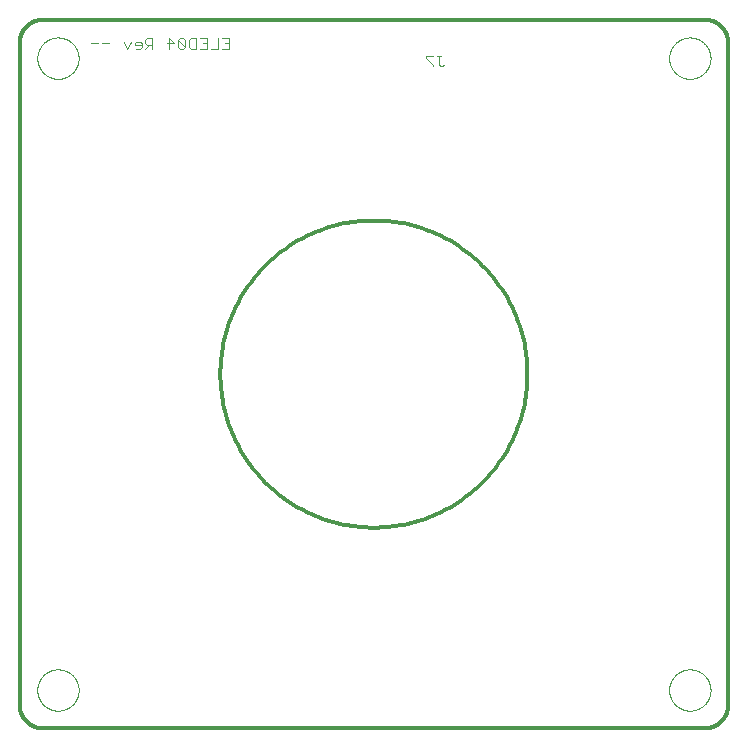
<source format=gbo>
G75*
%MOIN*%
%OFA0B0*%
%FSLAX25Y25*%
%IPPOS*%
%LPD*%
%AMOC8*
5,1,8,0,0,1.08239X$1,22.5*
%
%ADD10C,0.01181*%
%ADD11C,0.00000*%
%ADD12C,0.00400*%
D10*
X0009465Y0003031D02*
X0229937Y0003031D01*
X0229937Y0003032D02*
X0230127Y0003034D01*
X0230317Y0003041D01*
X0230507Y0003053D01*
X0230697Y0003069D01*
X0230886Y0003089D01*
X0231075Y0003115D01*
X0231263Y0003144D01*
X0231450Y0003179D01*
X0231636Y0003218D01*
X0231821Y0003261D01*
X0232006Y0003309D01*
X0232189Y0003361D01*
X0232370Y0003417D01*
X0232550Y0003478D01*
X0232729Y0003544D01*
X0232906Y0003613D01*
X0233082Y0003687D01*
X0233255Y0003765D01*
X0233427Y0003848D01*
X0233596Y0003934D01*
X0233764Y0004024D01*
X0233929Y0004119D01*
X0234092Y0004217D01*
X0234252Y0004320D01*
X0234410Y0004426D01*
X0234565Y0004536D01*
X0234718Y0004649D01*
X0234868Y0004767D01*
X0235014Y0004888D01*
X0235158Y0005012D01*
X0235299Y0005140D01*
X0235437Y0005271D01*
X0235572Y0005406D01*
X0235703Y0005544D01*
X0235831Y0005685D01*
X0235955Y0005829D01*
X0236076Y0005975D01*
X0236194Y0006125D01*
X0236307Y0006278D01*
X0236417Y0006433D01*
X0236523Y0006591D01*
X0236626Y0006751D01*
X0236724Y0006914D01*
X0236819Y0007079D01*
X0236909Y0007247D01*
X0236995Y0007416D01*
X0237078Y0007588D01*
X0237156Y0007761D01*
X0237230Y0007937D01*
X0237299Y0008114D01*
X0237365Y0008293D01*
X0237426Y0008473D01*
X0237482Y0008654D01*
X0237534Y0008837D01*
X0237582Y0009022D01*
X0237625Y0009207D01*
X0237664Y0009393D01*
X0237699Y0009580D01*
X0237728Y0009768D01*
X0237754Y0009957D01*
X0237774Y0010146D01*
X0237790Y0010336D01*
X0237802Y0010526D01*
X0237809Y0010716D01*
X0237811Y0010906D01*
X0237811Y0231378D01*
X0237809Y0231568D01*
X0237802Y0231758D01*
X0237790Y0231948D01*
X0237774Y0232138D01*
X0237754Y0232327D01*
X0237728Y0232516D01*
X0237699Y0232704D01*
X0237664Y0232891D01*
X0237625Y0233077D01*
X0237582Y0233262D01*
X0237534Y0233447D01*
X0237482Y0233630D01*
X0237426Y0233811D01*
X0237365Y0233991D01*
X0237299Y0234170D01*
X0237230Y0234347D01*
X0237156Y0234523D01*
X0237078Y0234696D01*
X0236995Y0234868D01*
X0236909Y0235037D01*
X0236819Y0235205D01*
X0236724Y0235370D01*
X0236626Y0235533D01*
X0236523Y0235693D01*
X0236417Y0235851D01*
X0236307Y0236006D01*
X0236194Y0236159D01*
X0236076Y0236309D01*
X0235955Y0236455D01*
X0235831Y0236599D01*
X0235703Y0236740D01*
X0235572Y0236878D01*
X0235437Y0237013D01*
X0235299Y0237144D01*
X0235158Y0237272D01*
X0235014Y0237396D01*
X0234868Y0237517D01*
X0234718Y0237635D01*
X0234565Y0237748D01*
X0234410Y0237858D01*
X0234252Y0237964D01*
X0234092Y0238067D01*
X0233929Y0238165D01*
X0233764Y0238260D01*
X0233596Y0238350D01*
X0233427Y0238436D01*
X0233255Y0238519D01*
X0233082Y0238597D01*
X0232906Y0238671D01*
X0232729Y0238740D01*
X0232550Y0238806D01*
X0232370Y0238867D01*
X0232189Y0238923D01*
X0232006Y0238975D01*
X0231821Y0239023D01*
X0231636Y0239066D01*
X0231450Y0239105D01*
X0231263Y0239140D01*
X0231075Y0239169D01*
X0230886Y0239195D01*
X0230697Y0239215D01*
X0230507Y0239231D01*
X0230317Y0239243D01*
X0230127Y0239250D01*
X0229937Y0239252D01*
X0009465Y0239252D01*
X0009275Y0239250D01*
X0009085Y0239243D01*
X0008895Y0239231D01*
X0008705Y0239215D01*
X0008516Y0239195D01*
X0008327Y0239169D01*
X0008139Y0239140D01*
X0007952Y0239105D01*
X0007766Y0239066D01*
X0007581Y0239023D01*
X0007396Y0238975D01*
X0007213Y0238923D01*
X0007032Y0238867D01*
X0006852Y0238806D01*
X0006673Y0238740D01*
X0006496Y0238671D01*
X0006320Y0238597D01*
X0006147Y0238519D01*
X0005975Y0238436D01*
X0005806Y0238350D01*
X0005638Y0238260D01*
X0005473Y0238165D01*
X0005310Y0238067D01*
X0005150Y0237964D01*
X0004992Y0237858D01*
X0004837Y0237748D01*
X0004684Y0237635D01*
X0004534Y0237517D01*
X0004388Y0237396D01*
X0004244Y0237272D01*
X0004103Y0237144D01*
X0003965Y0237013D01*
X0003830Y0236878D01*
X0003699Y0236740D01*
X0003571Y0236599D01*
X0003447Y0236455D01*
X0003326Y0236309D01*
X0003208Y0236159D01*
X0003095Y0236006D01*
X0002985Y0235851D01*
X0002879Y0235693D01*
X0002776Y0235533D01*
X0002678Y0235370D01*
X0002583Y0235205D01*
X0002493Y0235037D01*
X0002407Y0234868D01*
X0002324Y0234696D01*
X0002246Y0234523D01*
X0002172Y0234347D01*
X0002103Y0234170D01*
X0002037Y0233991D01*
X0001976Y0233811D01*
X0001920Y0233630D01*
X0001868Y0233447D01*
X0001820Y0233262D01*
X0001777Y0233077D01*
X0001738Y0232891D01*
X0001703Y0232704D01*
X0001674Y0232516D01*
X0001648Y0232327D01*
X0001628Y0232138D01*
X0001612Y0231948D01*
X0001600Y0231758D01*
X0001593Y0231568D01*
X0001591Y0231378D01*
X0001591Y0010906D01*
X0001593Y0010716D01*
X0001600Y0010526D01*
X0001612Y0010336D01*
X0001628Y0010146D01*
X0001648Y0009957D01*
X0001674Y0009768D01*
X0001703Y0009580D01*
X0001738Y0009393D01*
X0001777Y0009207D01*
X0001820Y0009022D01*
X0001868Y0008837D01*
X0001920Y0008654D01*
X0001976Y0008473D01*
X0002037Y0008293D01*
X0002103Y0008114D01*
X0002172Y0007937D01*
X0002246Y0007761D01*
X0002324Y0007588D01*
X0002407Y0007416D01*
X0002493Y0007247D01*
X0002583Y0007079D01*
X0002678Y0006914D01*
X0002776Y0006751D01*
X0002879Y0006591D01*
X0002985Y0006433D01*
X0003095Y0006278D01*
X0003208Y0006125D01*
X0003326Y0005975D01*
X0003447Y0005829D01*
X0003571Y0005685D01*
X0003699Y0005544D01*
X0003830Y0005406D01*
X0003965Y0005271D01*
X0004103Y0005140D01*
X0004244Y0005012D01*
X0004388Y0004888D01*
X0004534Y0004767D01*
X0004684Y0004649D01*
X0004837Y0004536D01*
X0004992Y0004426D01*
X0005150Y0004320D01*
X0005310Y0004217D01*
X0005473Y0004119D01*
X0005638Y0004024D01*
X0005806Y0003934D01*
X0005975Y0003848D01*
X0006147Y0003765D01*
X0006320Y0003687D01*
X0006496Y0003613D01*
X0006673Y0003544D01*
X0006852Y0003478D01*
X0007032Y0003417D01*
X0007213Y0003361D01*
X0007396Y0003309D01*
X0007581Y0003261D01*
X0007766Y0003218D01*
X0007952Y0003179D01*
X0008139Y0003144D01*
X0008327Y0003115D01*
X0008516Y0003089D01*
X0008705Y0003069D01*
X0008895Y0003053D01*
X0009085Y0003041D01*
X0009275Y0003034D01*
X0009465Y0003032D01*
X0068520Y0121142D02*
X0068535Y0122398D01*
X0068582Y0123653D01*
X0068659Y0124907D01*
X0068766Y0126159D01*
X0068905Y0127407D01*
X0069074Y0128652D01*
X0069274Y0129892D01*
X0069503Y0131127D01*
X0069764Y0132356D01*
X0070054Y0133578D01*
X0070374Y0134793D01*
X0070724Y0135999D01*
X0071103Y0137197D01*
X0071512Y0138384D01*
X0071949Y0139562D01*
X0072416Y0140728D01*
X0072911Y0141883D01*
X0073434Y0143025D01*
X0073985Y0144154D01*
X0074563Y0145269D01*
X0075169Y0146369D01*
X0075802Y0147454D01*
X0076461Y0148524D01*
X0077146Y0149577D01*
X0077856Y0150612D01*
X0078592Y0151630D01*
X0079353Y0152630D01*
X0080138Y0153611D01*
X0080946Y0154572D01*
X0081778Y0155513D01*
X0082633Y0156433D01*
X0083511Y0157332D01*
X0084410Y0158210D01*
X0085330Y0159065D01*
X0086271Y0159897D01*
X0087232Y0160705D01*
X0088213Y0161490D01*
X0089213Y0162251D01*
X0090231Y0162987D01*
X0091266Y0163697D01*
X0092319Y0164382D01*
X0093389Y0165041D01*
X0094474Y0165674D01*
X0095574Y0166280D01*
X0096689Y0166858D01*
X0097818Y0167409D01*
X0098960Y0167932D01*
X0100115Y0168427D01*
X0101281Y0168894D01*
X0102459Y0169331D01*
X0103646Y0169740D01*
X0104844Y0170119D01*
X0106050Y0170469D01*
X0107265Y0170789D01*
X0108487Y0171079D01*
X0109716Y0171340D01*
X0110951Y0171569D01*
X0112191Y0171769D01*
X0113436Y0171938D01*
X0114684Y0172077D01*
X0115936Y0172184D01*
X0117190Y0172261D01*
X0118445Y0172308D01*
X0119701Y0172323D01*
X0120957Y0172308D01*
X0122212Y0172261D01*
X0123466Y0172184D01*
X0124718Y0172077D01*
X0125966Y0171938D01*
X0127211Y0171769D01*
X0128451Y0171569D01*
X0129686Y0171340D01*
X0130915Y0171079D01*
X0132137Y0170789D01*
X0133352Y0170469D01*
X0134558Y0170119D01*
X0135756Y0169740D01*
X0136943Y0169331D01*
X0138121Y0168894D01*
X0139287Y0168427D01*
X0140442Y0167932D01*
X0141584Y0167409D01*
X0142713Y0166858D01*
X0143828Y0166280D01*
X0144928Y0165674D01*
X0146013Y0165041D01*
X0147083Y0164382D01*
X0148136Y0163697D01*
X0149171Y0162987D01*
X0150189Y0162251D01*
X0151189Y0161490D01*
X0152170Y0160705D01*
X0153131Y0159897D01*
X0154072Y0159065D01*
X0154992Y0158210D01*
X0155891Y0157332D01*
X0156769Y0156433D01*
X0157624Y0155513D01*
X0158456Y0154572D01*
X0159264Y0153611D01*
X0160049Y0152630D01*
X0160810Y0151630D01*
X0161546Y0150612D01*
X0162256Y0149577D01*
X0162941Y0148524D01*
X0163600Y0147454D01*
X0164233Y0146369D01*
X0164839Y0145269D01*
X0165417Y0144154D01*
X0165968Y0143025D01*
X0166491Y0141883D01*
X0166986Y0140728D01*
X0167453Y0139562D01*
X0167890Y0138384D01*
X0168299Y0137197D01*
X0168678Y0135999D01*
X0169028Y0134793D01*
X0169348Y0133578D01*
X0169638Y0132356D01*
X0169899Y0131127D01*
X0170128Y0129892D01*
X0170328Y0128652D01*
X0170497Y0127407D01*
X0170636Y0126159D01*
X0170743Y0124907D01*
X0170820Y0123653D01*
X0170867Y0122398D01*
X0170882Y0121142D01*
X0170867Y0119886D01*
X0170820Y0118631D01*
X0170743Y0117377D01*
X0170636Y0116125D01*
X0170497Y0114877D01*
X0170328Y0113632D01*
X0170128Y0112392D01*
X0169899Y0111157D01*
X0169638Y0109928D01*
X0169348Y0108706D01*
X0169028Y0107491D01*
X0168678Y0106285D01*
X0168299Y0105087D01*
X0167890Y0103900D01*
X0167453Y0102722D01*
X0166986Y0101556D01*
X0166491Y0100401D01*
X0165968Y0099259D01*
X0165417Y0098130D01*
X0164839Y0097015D01*
X0164233Y0095915D01*
X0163600Y0094830D01*
X0162941Y0093760D01*
X0162256Y0092707D01*
X0161546Y0091672D01*
X0160810Y0090654D01*
X0160049Y0089654D01*
X0159264Y0088673D01*
X0158456Y0087712D01*
X0157624Y0086771D01*
X0156769Y0085851D01*
X0155891Y0084952D01*
X0154992Y0084074D01*
X0154072Y0083219D01*
X0153131Y0082387D01*
X0152170Y0081579D01*
X0151189Y0080794D01*
X0150189Y0080033D01*
X0149171Y0079297D01*
X0148136Y0078587D01*
X0147083Y0077902D01*
X0146013Y0077243D01*
X0144928Y0076610D01*
X0143828Y0076004D01*
X0142713Y0075426D01*
X0141584Y0074875D01*
X0140442Y0074352D01*
X0139287Y0073857D01*
X0138121Y0073390D01*
X0136943Y0072953D01*
X0135756Y0072544D01*
X0134558Y0072165D01*
X0133352Y0071815D01*
X0132137Y0071495D01*
X0130915Y0071205D01*
X0129686Y0070944D01*
X0128451Y0070715D01*
X0127211Y0070515D01*
X0125966Y0070346D01*
X0124718Y0070207D01*
X0123466Y0070100D01*
X0122212Y0070023D01*
X0120957Y0069976D01*
X0119701Y0069961D01*
X0118445Y0069976D01*
X0117190Y0070023D01*
X0115936Y0070100D01*
X0114684Y0070207D01*
X0113436Y0070346D01*
X0112191Y0070515D01*
X0110951Y0070715D01*
X0109716Y0070944D01*
X0108487Y0071205D01*
X0107265Y0071495D01*
X0106050Y0071815D01*
X0104844Y0072165D01*
X0103646Y0072544D01*
X0102459Y0072953D01*
X0101281Y0073390D01*
X0100115Y0073857D01*
X0098960Y0074352D01*
X0097818Y0074875D01*
X0096689Y0075426D01*
X0095574Y0076004D01*
X0094474Y0076610D01*
X0093389Y0077243D01*
X0092319Y0077902D01*
X0091266Y0078587D01*
X0090231Y0079297D01*
X0089213Y0080033D01*
X0088213Y0080794D01*
X0087232Y0081579D01*
X0086271Y0082387D01*
X0085330Y0083219D01*
X0084410Y0084074D01*
X0083511Y0084952D01*
X0082633Y0085851D01*
X0081778Y0086771D01*
X0080946Y0087712D01*
X0080138Y0088673D01*
X0079353Y0089654D01*
X0078592Y0090654D01*
X0077856Y0091672D01*
X0077146Y0092707D01*
X0076461Y0093760D01*
X0075802Y0094830D01*
X0075169Y0095915D01*
X0074563Y0097015D01*
X0073985Y0098130D01*
X0073434Y0099259D01*
X0072911Y0100401D01*
X0072416Y0101556D01*
X0071949Y0102722D01*
X0071512Y0103900D01*
X0071103Y0105087D01*
X0070724Y0106285D01*
X0070374Y0107491D01*
X0070054Y0108706D01*
X0069764Y0109928D01*
X0069503Y0111157D01*
X0069274Y0112392D01*
X0069074Y0113632D01*
X0068905Y0114877D01*
X0068766Y0116125D01*
X0068659Y0117377D01*
X0068582Y0118631D01*
X0068535Y0119886D01*
X0068520Y0121142D01*
D11*
X0007496Y0226457D02*
X0007498Y0226626D01*
X0007504Y0226795D01*
X0007515Y0226964D01*
X0007529Y0227132D01*
X0007548Y0227300D01*
X0007571Y0227468D01*
X0007597Y0227635D01*
X0007628Y0227801D01*
X0007663Y0227967D01*
X0007702Y0228131D01*
X0007746Y0228295D01*
X0007793Y0228457D01*
X0007844Y0228618D01*
X0007899Y0228778D01*
X0007958Y0228937D01*
X0008020Y0229094D01*
X0008087Y0229249D01*
X0008158Y0229403D01*
X0008232Y0229555D01*
X0008310Y0229705D01*
X0008391Y0229853D01*
X0008476Y0229999D01*
X0008565Y0230143D01*
X0008657Y0230285D01*
X0008753Y0230424D01*
X0008852Y0230561D01*
X0008954Y0230696D01*
X0009060Y0230828D01*
X0009169Y0230957D01*
X0009281Y0231084D01*
X0009396Y0231208D01*
X0009514Y0231329D01*
X0009635Y0231447D01*
X0009759Y0231562D01*
X0009886Y0231674D01*
X0010015Y0231783D01*
X0010147Y0231889D01*
X0010282Y0231991D01*
X0010419Y0232090D01*
X0010558Y0232186D01*
X0010700Y0232278D01*
X0010844Y0232367D01*
X0010990Y0232452D01*
X0011138Y0232533D01*
X0011288Y0232611D01*
X0011440Y0232685D01*
X0011594Y0232756D01*
X0011749Y0232823D01*
X0011906Y0232885D01*
X0012065Y0232944D01*
X0012225Y0232999D01*
X0012386Y0233050D01*
X0012548Y0233097D01*
X0012712Y0233141D01*
X0012876Y0233180D01*
X0013042Y0233215D01*
X0013208Y0233246D01*
X0013375Y0233272D01*
X0013543Y0233295D01*
X0013711Y0233314D01*
X0013879Y0233328D01*
X0014048Y0233339D01*
X0014217Y0233345D01*
X0014386Y0233347D01*
X0014555Y0233345D01*
X0014724Y0233339D01*
X0014893Y0233328D01*
X0015061Y0233314D01*
X0015229Y0233295D01*
X0015397Y0233272D01*
X0015564Y0233246D01*
X0015730Y0233215D01*
X0015896Y0233180D01*
X0016060Y0233141D01*
X0016224Y0233097D01*
X0016386Y0233050D01*
X0016547Y0232999D01*
X0016707Y0232944D01*
X0016866Y0232885D01*
X0017023Y0232823D01*
X0017178Y0232756D01*
X0017332Y0232685D01*
X0017484Y0232611D01*
X0017634Y0232533D01*
X0017782Y0232452D01*
X0017928Y0232367D01*
X0018072Y0232278D01*
X0018214Y0232186D01*
X0018353Y0232090D01*
X0018490Y0231991D01*
X0018625Y0231889D01*
X0018757Y0231783D01*
X0018886Y0231674D01*
X0019013Y0231562D01*
X0019137Y0231447D01*
X0019258Y0231329D01*
X0019376Y0231208D01*
X0019491Y0231084D01*
X0019603Y0230957D01*
X0019712Y0230828D01*
X0019818Y0230696D01*
X0019920Y0230561D01*
X0020019Y0230424D01*
X0020115Y0230285D01*
X0020207Y0230143D01*
X0020296Y0229999D01*
X0020381Y0229853D01*
X0020462Y0229705D01*
X0020540Y0229555D01*
X0020614Y0229403D01*
X0020685Y0229249D01*
X0020752Y0229094D01*
X0020814Y0228937D01*
X0020873Y0228778D01*
X0020928Y0228618D01*
X0020979Y0228457D01*
X0021026Y0228295D01*
X0021070Y0228131D01*
X0021109Y0227967D01*
X0021144Y0227801D01*
X0021175Y0227635D01*
X0021201Y0227468D01*
X0021224Y0227300D01*
X0021243Y0227132D01*
X0021257Y0226964D01*
X0021268Y0226795D01*
X0021274Y0226626D01*
X0021276Y0226457D01*
X0021274Y0226288D01*
X0021268Y0226119D01*
X0021257Y0225950D01*
X0021243Y0225782D01*
X0021224Y0225614D01*
X0021201Y0225446D01*
X0021175Y0225279D01*
X0021144Y0225113D01*
X0021109Y0224947D01*
X0021070Y0224783D01*
X0021026Y0224619D01*
X0020979Y0224457D01*
X0020928Y0224296D01*
X0020873Y0224136D01*
X0020814Y0223977D01*
X0020752Y0223820D01*
X0020685Y0223665D01*
X0020614Y0223511D01*
X0020540Y0223359D01*
X0020462Y0223209D01*
X0020381Y0223061D01*
X0020296Y0222915D01*
X0020207Y0222771D01*
X0020115Y0222629D01*
X0020019Y0222490D01*
X0019920Y0222353D01*
X0019818Y0222218D01*
X0019712Y0222086D01*
X0019603Y0221957D01*
X0019491Y0221830D01*
X0019376Y0221706D01*
X0019258Y0221585D01*
X0019137Y0221467D01*
X0019013Y0221352D01*
X0018886Y0221240D01*
X0018757Y0221131D01*
X0018625Y0221025D01*
X0018490Y0220923D01*
X0018353Y0220824D01*
X0018214Y0220728D01*
X0018072Y0220636D01*
X0017928Y0220547D01*
X0017782Y0220462D01*
X0017634Y0220381D01*
X0017484Y0220303D01*
X0017332Y0220229D01*
X0017178Y0220158D01*
X0017023Y0220091D01*
X0016866Y0220029D01*
X0016707Y0219970D01*
X0016547Y0219915D01*
X0016386Y0219864D01*
X0016224Y0219817D01*
X0016060Y0219773D01*
X0015896Y0219734D01*
X0015730Y0219699D01*
X0015564Y0219668D01*
X0015397Y0219642D01*
X0015229Y0219619D01*
X0015061Y0219600D01*
X0014893Y0219586D01*
X0014724Y0219575D01*
X0014555Y0219569D01*
X0014386Y0219567D01*
X0014217Y0219569D01*
X0014048Y0219575D01*
X0013879Y0219586D01*
X0013711Y0219600D01*
X0013543Y0219619D01*
X0013375Y0219642D01*
X0013208Y0219668D01*
X0013042Y0219699D01*
X0012876Y0219734D01*
X0012712Y0219773D01*
X0012548Y0219817D01*
X0012386Y0219864D01*
X0012225Y0219915D01*
X0012065Y0219970D01*
X0011906Y0220029D01*
X0011749Y0220091D01*
X0011594Y0220158D01*
X0011440Y0220229D01*
X0011288Y0220303D01*
X0011138Y0220381D01*
X0010990Y0220462D01*
X0010844Y0220547D01*
X0010700Y0220636D01*
X0010558Y0220728D01*
X0010419Y0220824D01*
X0010282Y0220923D01*
X0010147Y0221025D01*
X0010015Y0221131D01*
X0009886Y0221240D01*
X0009759Y0221352D01*
X0009635Y0221467D01*
X0009514Y0221585D01*
X0009396Y0221706D01*
X0009281Y0221830D01*
X0009169Y0221957D01*
X0009060Y0222086D01*
X0008954Y0222218D01*
X0008852Y0222353D01*
X0008753Y0222490D01*
X0008657Y0222629D01*
X0008565Y0222771D01*
X0008476Y0222915D01*
X0008391Y0223061D01*
X0008310Y0223209D01*
X0008232Y0223359D01*
X0008158Y0223511D01*
X0008087Y0223665D01*
X0008020Y0223820D01*
X0007958Y0223977D01*
X0007899Y0224136D01*
X0007844Y0224296D01*
X0007793Y0224457D01*
X0007746Y0224619D01*
X0007702Y0224783D01*
X0007663Y0224947D01*
X0007628Y0225113D01*
X0007597Y0225279D01*
X0007571Y0225446D01*
X0007548Y0225614D01*
X0007529Y0225782D01*
X0007515Y0225950D01*
X0007504Y0226119D01*
X0007498Y0226288D01*
X0007496Y0226457D01*
X0007496Y0015827D02*
X0007498Y0015996D01*
X0007504Y0016165D01*
X0007515Y0016334D01*
X0007529Y0016502D01*
X0007548Y0016670D01*
X0007571Y0016838D01*
X0007597Y0017005D01*
X0007628Y0017171D01*
X0007663Y0017337D01*
X0007702Y0017501D01*
X0007746Y0017665D01*
X0007793Y0017827D01*
X0007844Y0017988D01*
X0007899Y0018148D01*
X0007958Y0018307D01*
X0008020Y0018464D01*
X0008087Y0018619D01*
X0008158Y0018773D01*
X0008232Y0018925D01*
X0008310Y0019075D01*
X0008391Y0019223D01*
X0008476Y0019369D01*
X0008565Y0019513D01*
X0008657Y0019655D01*
X0008753Y0019794D01*
X0008852Y0019931D01*
X0008954Y0020066D01*
X0009060Y0020198D01*
X0009169Y0020327D01*
X0009281Y0020454D01*
X0009396Y0020578D01*
X0009514Y0020699D01*
X0009635Y0020817D01*
X0009759Y0020932D01*
X0009886Y0021044D01*
X0010015Y0021153D01*
X0010147Y0021259D01*
X0010282Y0021361D01*
X0010419Y0021460D01*
X0010558Y0021556D01*
X0010700Y0021648D01*
X0010844Y0021737D01*
X0010990Y0021822D01*
X0011138Y0021903D01*
X0011288Y0021981D01*
X0011440Y0022055D01*
X0011594Y0022126D01*
X0011749Y0022193D01*
X0011906Y0022255D01*
X0012065Y0022314D01*
X0012225Y0022369D01*
X0012386Y0022420D01*
X0012548Y0022467D01*
X0012712Y0022511D01*
X0012876Y0022550D01*
X0013042Y0022585D01*
X0013208Y0022616D01*
X0013375Y0022642D01*
X0013543Y0022665D01*
X0013711Y0022684D01*
X0013879Y0022698D01*
X0014048Y0022709D01*
X0014217Y0022715D01*
X0014386Y0022717D01*
X0014555Y0022715D01*
X0014724Y0022709D01*
X0014893Y0022698D01*
X0015061Y0022684D01*
X0015229Y0022665D01*
X0015397Y0022642D01*
X0015564Y0022616D01*
X0015730Y0022585D01*
X0015896Y0022550D01*
X0016060Y0022511D01*
X0016224Y0022467D01*
X0016386Y0022420D01*
X0016547Y0022369D01*
X0016707Y0022314D01*
X0016866Y0022255D01*
X0017023Y0022193D01*
X0017178Y0022126D01*
X0017332Y0022055D01*
X0017484Y0021981D01*
X0017634Y0021903D01*
X0017782Y0021822D01*
X0017928Y0021737D01*
X0018072Y0021648D01*
X0018214Y0021556D01*
X0018353Y0021460D01*
X0018490Y0021361D01*
X0018625Y0021259D01*
X0018757Y0021153D01*
X0018886Y0021044D01*
X0019013Y0020932D01*
X0019137Y0020817D01*
X0019258Y0020699D01*
X0019376Y0020578D01*
X0019491Y0020454D01*
X0019603Y0020327D01*
X0019712Y0020198D01*
X0019818Y0020066D01*
X0019920Y0019931D01*
X0020019Y0019794D01*
X0020115Y0019655D01*
X0020207Y0019513D01*
X0020296Y0019369D01*
X0020381Y0019223D01*
X0020462Y0019075D01*
X0020540Y0018925D01*
X0020614Y0018773D01*
X0020685Y0018619D01*
X0020752Y0018464D01*
X0020814Y0018307D01*
X0020873Y0018148D01*
X0020928Y0017988D01*
X0020979Y0017827D01*
X0021026Y0017665D01*
X0021070Y0017501D01*
X0021109Y0017337D01*
X0021144Y0017171D01*
X0021175Y0017005D01*
X0021201Y0016838D01*
X0021224Y0016670D01*
X0021243Y0016502D01*
X0021257Y0016334D01*
X0021268Y0016165D01*
X0021274Y0015996D01*
X0021276Y0015827D01*
X0021274Y0015658D01*
X0021268Y0015489D01*
X0021257Y0015320D01*
X0021243Y0015152D01*
X0021224Y0014984D01*
X0021201Y0014816D01*
X0021175Y0014649D01*
X0021144Y0014483D01*
X0021109Y0014317D01*
X0021070Y0014153D01*
X0021026Y0013989D01*
X0020979Y0013827D01*
X0020928Y0013666D01*
X0020873Y0013506D01*
X0020814Y0013347D01*
X0020752Y0013190D01*
X0020685Y0013035D01*
X0020614Y0012881D01*
X0020540Y0012729D01*
X0020462Y0012579D01*
X0020381Y0012431D01*
X0020296Y0012285D01*
X0020207Y0012141D01*
X0020115Y0011999D01*
X0020019Y0011860D01*
X0019920Y0011723D01*
X0019818Y0011588D01*
X0019712Y0011456D01*
X0019603Y0011327D01*
X0019491Y0011200D01*
X0019376Y0011076D01*
X0019258Y0010955D01*
X0019137Y0010837D01*
X0019013Y0010722D01*
X0018886Y0010610D01*
X0018757Y0010501D01*
X0018625Y0010395D01*
X0018490Y0010293D01*
X0018353Y0010194D01*
X0018214Y0010098D01*
X0018072Y0010006D01*
X0017928Y0009917D01*
X0017782Y0009832D01*
X0017634Y0009751D01*
X0017484Y0009673D01*
X0017332Y0009599D01*
X0017178Y0009528D01*
X0017023Y0009461D01*
X0016866Y0009399D01*
X0016707Y0009340D01*
X0016547Y0009285D01*
X0016386Y0009234D01*
X0016224Y0009187D01*
X0016060Y0009143D01*
X0015896Y0009104D01*
X0015730Y0009069D01*
X0015564Y0009038D01*
X0015397Y0009012D01*
X0015229Y0008989D01*
X0015061Y0008970D01*
X0014893Y0008956D01*
X0014724Y0008945D01*
X0014555Y0008939D01*
X0014386Y0008937D01*
X0014217Y0008939D01*
X0014048Y0008945D01*
X0013879Y0008956D01*
X0013711Y0008970D01*
X0013543Y0008989D01*
X0013375Y0009012D01*
X0013208Y0009038D01*
X0013042Y0009069D01*
X0012876Y0009104D01*
X0012712Y0009143D01*
X0012548Y0009187D01*
X0012386Y0009234D01*
X0012225Y0009285D01*
X0012065Y0009340D01*
X0011906Y0009399D01*
X0011749Y0009461D01*
X0011594Y0009528D01*
X0011440Y0009599D01*
X0011288Y0009673D01*
X0011138Y0009751D01*
X0010990Y0009832D01*
X0010844Y0009917D01*
X0010700Y0010006D01*
X0010558Y0010098D01*
X0010419Y0010194D01*
X0010282Y0010293D01*
X0010147Y0010395D01*
X0010015Y0010501D01*
X0009886Y0010610D01*
X0009759Y0010722D01*
X0009635Y0010837D01*
X0009514Y0010955D01*
X0009396Y0011076D01*
X0009281Y0011200D01*
X0009169Y0011327D01*
X0009060Y0011456D01*
X0008954Y0011588D01*
X0008852Y0011723D01*
X0008753Y0011860D01*
X0008657Y0011999D01*
X0008565Y0012141D01*
X0008476Y0012285D01*
X0008391Y0012431D01*
X0008310Y0012579D01*
X0008232Y0012729D01*
X0008158Y0012881D01*
X0008087Y0013035D01*
X0008020Y0013190D01*
X0007958Y0013347D01*
X0007899Y0013506D01*
X0007844Y0013666D01*
X0007793Y0013827D01*
X0007746Y0013989D01*
X0007702Y0014153D01*
X0007663Y0014317D01*
X0007628Y0014483D01*
X0007597Y0014649D01*
X0007571Y0014816D01*
X0007548Y0014984D01*
X0007529Y0015152D01*
X0007515Y0015320D01*
X0007504Y0015489D01*
X0007498Y0015658D01*
X0007496Y0015827D01*
X0218126Y0015827D02*
X0218128Y0015996D01*
X0218134Y0016165D01*
X0218145Y0016334D01*
X0218159Y0016502D01*
X0218178Y0016670D01*
X0218201Y0016838D01*
X0218227Y0017005D01*
X0218258Y0017171D01*
X0218293Y0017337D01*
X0218332Y0017501D01*
X0218376Y0017665D01*
X0218423Y0017827D01*
X0218474Y0017988D01*
X0218529Y0018148D01*
X0218588Y0018307D01*
X0218650Y0018464D01*
X0218717Y0018619D01*
X0218788Y0018773D01*
X0218862Y0018925D01*
X0218940Y0019075D01*
X0219021Y0019223D01*
X0219106Y0019369D01*
X0219195Y0019513D01*
X0219287Y0019655D01*
X0219383Y0019794D01*
X0219482Y0019931D01*
X0219584Y0020066D01*
X0219690Y0020198D01*
X0219799Y0020327D01*
X0219911Y0020454D01*
X0220026Y0020578D01*
X0220144Y0020699D01*
X0220265Y0020817D01*
X0220389Y0020932D01*
X0220516Y0021044D01*
X0220645Y0021153D01*
X0220777Y0021259D01*
X0220912Y0021361D01*
X0221049Y0021460D01*
X0221188Y0021556D01*
X0221330Y0021648D01*
X0221474Y0021737D01*
X0221620Y0021822D01*
X0221768Y0021903D01*
X0221918Y0021981D01*
X0222070Y0022055D01*
X0222224Y0022126D01*
X0222379Y0022193D01*
X0222536Y0022255D01*
X0222695Y0022314D01*
X0222855Y0022369D01*
X0223016Y0022420D01*
X0223178Y0022467D01*
X0223342Y0022511D01*
X0223506Y0022550D01*
X0223672Y0022585D01*
X0223838Y0022616D01*
X0224005Y0022642D01*
X0224173Y0022665D01*
X0224341Y0022684D01*
X0224509Y0022698D01*
X0224678Y0022709D01*
X0224847Y0022715D01*
X0225016Y0022717D01*
X0225185Y0022715D01*
X0225354Y0022709D01*
X0225523Y0022698D01*
X0225691Y0022684D01*
X0225859Y0022665D01*
X0226027Y0022642D01*
X0226194Y0022616D01*
X0226360Y0022585D01*
X0226526Y0022550D01*
X0226690Y0022511D01*
X0226854Y0022467D01*
X0227016Y0022420D01*
X0227177Y0022369D01*
X0227337Y0022314D01*
X0227496Y0022255D01*
X0227653Y0022193D01*
X0227808Y0022126D01*
X0227962Y0022055D01*
X0228114Y0021981D01*
X0228264Y0021903D01*
X0228412Y0021822D01*
X0228558Y0021737D01*
X0228702Y0021648D01*
X0228844Y0021556D01*
X0228983Y0021460D01*
X0229120Y0021361D01*
X0229255Y0021259D01*
X0229387Y0021153D01*
X0229516Y0021044D01*
X0229643Y0020932D01*
X0229767Y0020817D01*
X0229888Y0020699D01*
X0230006Y0020578D01*
X0230121Y0020454D01*
X0230233Y0020327D01*
X0230342Y0020198D01*
X0230448Y0020066D01*
X0230550Y0019931D01*
X0230649Y0019794D01*
X0230745Y0019655D01*
X0230837Y0019513D01*
X0230926Y0019369D01*
X0231011Y0019223D01*
X0231092Y0019075D01*
X0231170Y0018925D01*
X0231244Y0018773D01*
X0231315Y0018619D01*
X0231382Y0018464D01*
X0231444Y0018307D01*
X0231503Y0018148D01*
X0231558Y0017988D01*
X0231609Y0017827D01*
X0231656Y0017665D01*
X0231700Y0017501D01*
X0231739Y0017337D01*
X0231774Y0017171D01*
X0231805Y0017005D01*
X0231831Y0016838D01*
X0231854Y0016670D01*
X0231873Y0016502D01*
X0231887Y0016334D01*
X0231898Y0016165D01*
X0231904Y0015996D01*
X0231906Y0015827D01*
X0231904Y0015658D01*
X0231898Y0015489D01*
X0231887Y0015320D01*
X0231873Y0015152D01*
X0231854Y0014984D01*
X0231831Y0014816D01*
X0231805Y0014649D01*
X0231774Y0014483D01*
X0231739Y0014317D01*
X0231700Y0014153D01*
X0231656Y0013989D01*
X0231609Y0013827D01*
X0231558Y0013666D01*
X0231503Y0013506D01*
X0231444Y0013347D01*
X0231382Y0013190D01*
X0231315Y0013035D01*
X0231244Y0012881D01*
X0231170Y0012729D01*
X0231092Y0012579D01*
X0231011Y0012431D01*
X0230926Y0012285D01*
X0230837Y0012141D01*
X0230745Y0011999D01*
X0230649Y0011860D01*
X0230550Y0011723D01*
X0230448Y0011588D01*
X0230342Y0011456D01*
X0230233Y0011327D01*
X0230121Y0011200D01*
X0230006Y0011076D01*
X0229888Y0010955D01*
X0229767Y0010837D01*
X0229643Y0010722D01*
X0229516Y0010610D01*
X0229387Y0010501D01*
X0229255Y0010395D01*
X0229120Y0010293D01*
X0228983Y0010194D01*
X0228844Y0010098D01*
X0228702Y0010006D01*
X0228558Y0009917D01*
X0228412Y0009832D01*
X0228264Y0009751D01*
X0228114Y0009673D01*
X0227962Y0009599D01*
X0227808Y0009528D01*
X0227653Y0009461D01*
X0227496Y0009399D01*
X0227337Y0009340D01*
X0227177Y0009285D01*
X0227016Y0009234D01*
X0226854Y0009187D01*
X0226690Y0009143D01*
X0226526Y0009104D01*
X0226360Y0009069D01*
X0226194Y0009038D01*
X0226027Y0009012D01*
X0225859Y0008989D01*
X0225691Y0008970D01*
X0225523Y0008956D01*
X0225354Y0008945D01*
X0225185Y0008939D01*
X0225016Y0008937D01*
X0224847Y0008939D01*
X0224678Y0008945D01*
X0224509Y0008956D01*
X0224341Y0008970D01*
X0224173Y0008989D01*
X0224005Y0009012D01*
X0223838Y0009038D01*
X0223672Y0009069D01*
X0223506Y0009104D01*
X0223342Y0009143D01*
X0223178Y0009187D01*
X0223016Y0009234D01*
X0222855Y0009285D01*
X0222695Y0009340D01*
X0222536Y0009399D01*
X0222379Y0009461D01*
X0222224Y0009528D01*
X0222070Y0009599D01*
X0221918Y0009673D01*
X0221768Y0009751D01*
X0221620Y0009832D01*
X0221474Y0009917D01*
X0221330Y0010006D01*
X0221188Y0010098D01*
X0221049Y0010194D01*
X0220912Y0010293D01*
X0220777Y0010395D01*
X0220645Y0010501D01*
X0220516Y0010610D01*
X0220389Y0010722D01*
X0220265Y0010837D01*
X0220144Y0010955D01*
X0220026Y0011076D01*
X0219911Y0011200D01*
X0219799Y0011327D01*
X0219690Y0011456D01*
X0219584Y0011588D01*
X0219482Y0011723D01*
X0219383Y0011860D01*
X0219287Y0011999D01*
X0219195Y0012141D01*
X0219106Y0012285D01*
X0219021Y0012431D01*
X0218940Y0012579D01*
X0218862Y0012729D01*
X0218788Y0012881D01*
X0218717Y0013035D01*
X0218650Y0013190D01*
X0218588Y0013347D01*
X0218529Y0013506D01*
X0218474Y0013666D01*
X0218423Y0013827D01*
X0218376Y0013989D01*
X0218332Y0014153D01*
X0218293Y0014317D01*
X0218258Y0014483D01*
X0218227Y0014649D01*
X0218201Y0014816D01*
X0218178Y0014984D01*
X0218159Y0015152D01*
X0218145Y0015320D01*
X0218134Y0015489D01*
X0218128Y0015658D01*
X0218126Y0015827D01*
X0218126Y0226457D02*
X0218128Y0226626D01*
X0218134Y0226795D01*
X0218145Y0226964D01*
X0218159Y0227132D01*
X0218178Y0227300D01*
X0218201Y0227468D01*
X0218227Y0227635D01*
X0218258Y0227801D01*
X0218293Y0227967D01*
X0218332Y0228131D01*
X0218376Y0228295D01*
X0218423Y0228457D01*
X0218474Y0228618D01*
X0218529Y0228778D01*
X0218588Y0228937D01*
X0218650Y0229094D01*
X0218717Y0229249D01*
X0218788Y0229403D01*
X0218862Y0229555D01*
X0218940Y0229705D01*
X0219021Y0229853D01*
X0219106Y0229999D01*
X0219195Y0230143D01*
X0219287Y0230285D01*
X0219383Y0230424D01*
X0219482Y0230561D01*
X0219584Y0230696D01*
X0219690Y0230828D01*
X0219799Y0230957D01*
X0219911Y0231084D01*
X0220026Y0231208D01*
X0220144Y0231329D01*
X0220265Y0231447D01*
X0220389Y0231562D01*
X0220516Y0231674D01*
X0220645Y0231783D01*
X0220777Y0231889D01*
X0220912Y0231991D01*
X0221049Y0232090D01*
X0221188Y0232186D01*
X0221330Y0232278D01*
X0221474Y0232367D01*
X0221620Y0232452D01*
X0221768Y0232533D01*
X0221918Y0232611D01*
X0222070Y0232685D01*
X0222224Y0232756D01*
X0222379Y0232823D01*
X0222536Y0232885D01*
X0222695Y0232944D01*
X0222855Y0232999D01*
X0223016Y0233050D01*
X0223178Y0233097D01*
X0223342Y0233141D01*
X0223506Y0233180D01*
X0223672Y0233215D01*
X0223838Y0233246D01*
X0224005Y0233272D01*
X0224173Y0233295D01*
X0224341Y0233314D01*
X0224509Y0233328D01*
X0224678Y0233339D01*
X0224847Y0233345D01*
X0225016Y0233347D01*
X0225185Y0233345D01*
X0225354Y0233339D01*
X0225523Y0233328D01*
X0225691Y0233314D01*
X0225859Y0233295D01*
X0226027Y0233272D01*
X0226194Y0233246D01*
X0226360Y0233215D01*
X0226526Y0233180D01*
X0226690Y0233141D01*
X0226854Y0233097D01*
X0227016Y0233050D01*
X0227177Y0232999D01*
X0227337Y0232944D01*
X0227496Y0232885D01*
X0227653Y0232823D01*
X0227808Y0232756D01*
X0227962Y0232685D01*
X0228114Y0232611D01*
X0228264Y0232533D01*
X0228412Y0232452D01*
X0228558Y0232367D01*
X0228702Y0232278D01*
X0228844Y0232186D01*
X0228983Y0232090D01*
X0229120Y0231991D01*
X0229255Y0231889D01*
X0229387Y0231783D01*
X0229516Y0231674D01*
X0229643Y0231562D01*
X0229767Y0231447D01*
X0229888Y0231329D01*
X0230006Y0231208D01*
X0230121Y0231084D01*
X0230233Y0230957D01*
X0230342Y0230828D01*
X0230448Y0230696D01*
X0230550Y0230561D01*
X0230649Y0230424D01*
X0230745Y0230285D01*
X0230837Y0230143D01*
X0230926Y0229999D01*
X0231011Y0229853D01*
X0231092Y0229705D01*
X0231170Y0229555D01*
X0231244Y0229403D01*
X0231315Y0229249D01*
X0231382Y0229094D01*
X0231444Y0228937D01*
X0231503Y0228778D01*
X0231558Y0228618D01*
X0231609Y0228457D01*
X0231656Y0228295D01*
X0231700Y0228131D01*
X0231739Y0227967D01*
X0231774Y0227801D01*
X0231805Y0227635D01*
X0231831Y0227468D01*
X0231854Y0227300D01*
X0231873Y0227132D01*
X0231887Y0226964D01*
X0231898Y0226795D01*
X0231904Y0226626D01*
X0231906Y0226457D01*
X0231904Y0226288D01*
X0231898Y0226119D01*
X0231887Y0225950D01*
X0231873Y0225782D01*
X0231854Y0225614D01*
X0231831Y0225446D01*
X0231805Y0225279D01*
X0231774Y0225113D01*
X0231739Y0224947D01*
X0231700Y0224783D01*
X0231656Y0224619D01*
X0231609Y0224457D01*
X0231558Y0224296D01*
X0231503Y0224136D01*
X0231444Y0223977D01*
X0231382Y0223820D01*
X0231315Y0223665D01*
X0231244Y0223511D01*
X0231170Y0223359D01*
X0231092Y0223209D01*
X0231011Y0223061D01*
X0230926Y0222915D01*
X0230837Y0222771D01*
X0230745Y0222629D01*
X0230649Y0222490D01*
X0230550Y0222353D01*
X0230448Y0222218D01*
X0230342Y0222086D01*
X0230233Y0221957D01*
X0230121Y0221830D01*
X0230006Y0221706D01*
X0229888Y0221585D01*
X0229767Y0221467D01*
X0229643Y0221352D01*
X0229516Y0221240D01*
X0229387Y0221131D01*
X0229255Y0221025D01*
X0229120Y0220923D01*
X0228983Y0220824D01*
X0228844Y0220728D01*
X0228702Y0220636D01*
X0228558Y0220547D01*
X0228412Y0220462D01*
X0228264Y0220381D01*
X0228114Y0220303D01*
X0227962Y0220229D01*
X0227808Y0220158D01*
X0227653Y0220091D01*
X0227496Y0220029D01*
X0227337Y0219970D01*
X0227177Y0219915D01*
X0227016Y0219864D01*
X0226854Y0219817D01*
X0226690Y0219773D01*
X0226526Y0219734D01*
X0226360Y0219699D01*
X0226194Y0219668D01*
X0226027Y0219642D01*
X0225859Y0219619D01*
X0225691Y0219600D01*
X0225523Y0219586D01*
X0225354Y0219575D01*
X0225185Y0219569D01*
X0225016Y0219567D01*
X0224847Y0219569D01*
X0224678Y0219575D01*
X0224509Y0219586D01*
X0224341Y0219600D01*
X0224173Y0219619D01*
X0224005Y0219642D01*
X0223838Y0219668D01*
X0223672Y0219699D01*
X0223506Y0219734D01*
X0223342Y0219773D01*
X0223178Y0219817D01*
X0223016Y0219864D01*
X0222855Y0219915D01*
X0222695Y0219970D01*
X0222536Y0220029D01*
X0222379Y0220091D01*
X0222224Y0220158D01*
X0222070Y0220229D01*
X0221918Y0220303D01*
X0221768Y0220381D01*
X0221620Y0220462D01*
X0221474Y0220547D01*
X0221330Y0220636D01*
X0221188Y0220728D01*
X0221049Y0220824D01*
X0220912Y0220923D01*
X0220777Y0221025D01*
X0220645Y0221131D01*
X0220516Y0221240D01*
X0220389Y0221352D01*
X0220265Y0221467D01*
X0220144Y0221585D01*
X0220026Y0221706D01*
X0219911Y0221830D01*
X0219799Y0221957D01*
X0219690Y0222086D01*
X0219584Y0222218D01*
X0219482Y0222353D01*
X0219383Y0222490D01*
X0219287Y0222629D01*
X0219195Y0222771D01*
X0219106Y0222915D01*
X0219021Y0223061D01*
X0218940Y0223209D01*
X0218862Y0223359D01*
X0218788Y0223511D01*
X0218717Y0223665D01*
X0218650Y0223820D01*
X0218588Y0223977D01*
X0218529Y0224136D01*
X0218474Y0224296D01*
X0218423Y0224457D01*
X0218376Y0224619D01*
X0218332Y0224783D01*
X0218293Y0224947D01*
X0218258Y0225113D01*
X0218227Y0225279D01*
X0218201Y0225446D01*
X0218178Y0225614D01*
X0218159Y0225782D01*
X0218145Y0225950D01*
X0218134Y0226119D01*
X0218128Y0226288D01*
X0218126Y0226457D01*
D12*
X0143123Y0224294D02*
X0142533Y0223704D01*
X0141943Y0223704D01*
X0141353Y0224294D01*
X0141353Y0227244D01*
X0141943Y0227244D02*
X0140763Y0227244D01*
X0139498Y0227244D02*
X0137138Y0227244D01*
X0137138Y0226654D01*
X0139498Y0224294D01*
X0139498Y0223704D01*
X0071272Y0229609D02*
X0068912Y0229609D01*
X0067647Y0229609D02*
X0065287Y0229609D01*
X0064022Y0229609D02*
X0064022Y0233149D01*
X0061662Y0233149D01*
X0060397Y0233149D02*
X0058627Y0233149D01*
X0058037Y0232559D01*
X0058037Y0230199D01*
X0058627Y0229609D01*
X0060397Y0229609D01*
X0060397Y0233149D01*
X0062842Y0231379D02*
X0064022Y0231379D01*
X0064022Y0229609D02*
X0061662Y0229609D01*
X0056772Y0230199D02*
X0054412Y0232559D01*
X0054412Y0230199D01*
X0055002Y0229609D01*
X0056182Y0229609D01*
X0056772Y0230199D01*
X0056772Y0232559D01*
X0056182Y0233149D01*
X0055002Y0233149D01*
X0054412Y0232559D01*
X0053147Y0231379D02*
X0050787Y0231379D01*
X0051377Y0229609D02*
X0051377Y0233149D01*
X0053147Y0231379D01*
X0045896Y0230789D02*
X0044126Y0230789D01*
X0043536Y0231379D01*
X0043536Y0232559D01*
X0044126Y0233149D01*
X0045896Y0233149D01*
X0045896Y0229609D01*
X0044716Y0230789D02*
X0043536Y0229609D01*
X0042271Y0230199D02*
X0042271Y0231379D01*
X0041681Y0231969D01*
X0040501Y0231969D01*
X0039911Y0231379D01*
X0039911Y0230789D01*
X0042271Y0230789D01*
X0042271Y0230199D02*
X0041681Y0229609D01*
X0040501Y0229609D01*
X0038646Y0231969D02*
X0037466Y0229609D01*
X0036286Y0231969D01*
X0031396Y0231379D02*
X0029036Y0231379D01*
X0027771Y0231379D02*
X0025411Y0231379D01*
X0067647Y0233149D02*
X0067647Y0229609D01*
X0070092Y0231379D02*
X0071272Y0231379D01*
X0071272Y0233149D02*
X0071272Y0229609D01*
X0071272Y0233149D02*
X0068912Y0233149D01*
M02*

</source>
